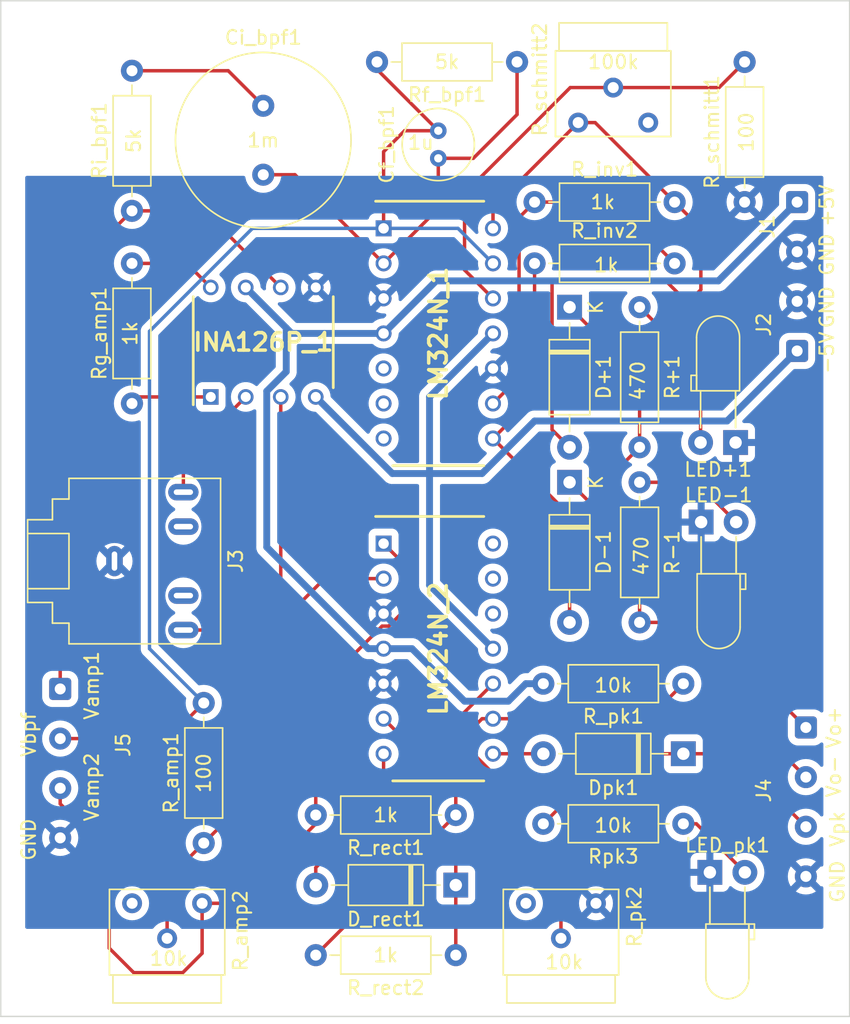
<source format=kicad_pcb>
(kicad_pcb (version 20211014) (generator pcbnew)
  (layers (0 "F.Cu" signal) (31 "B.Cu" signal) (34 "B.Paste" user) (35 "F.Paste" user) (36 "B.SilkS" user "B.Silkscreen") (37 "F.SilkS" user "F.Silkscreen") (38 "B.Mask" user) (39 "F.Mask" user) (44 "Edge.Cuts" user))
  (net 0 "")
  (net 1 "Net-(Cf_bpf1-Pad1)")
  (net 2 "Net-(Cf_bpf1-Pad2)")
  (net 3 "Net-(Ci_bpf1-Pad1)")
  (net 4 "-5V")
  (net 5 "GND")
  (net 6 "+5V")
  (net 7 "Net-(LED+1-Pad2)")
  (net 8 "Net-(LED-1-Pad2)")
  (net 9 "Net-(LED_pk1-Pad2)")
  (net 14 "Net-(J4-Pad1)")
  (net 15 "Net-(J4-Pad2)")
  (net 16 "Net-(J4-Pad3)")
  (net 18 "Net-(LM324N_1-Pad14)")
  (net 19 "Net-(LM324N_1-Pad8)")
  (net 20 "Net-(LM324N_2-Pad8)")
  (net 21 "Net-(LM324N_2-Pad10)")
  (net 22 "Net-(LM324N_2-Pad7)")
  (net 23 "Net-(INA126P_1-Pad1)")
  (net 24 "Net-(INA126P_1-Pad2)")
  (net 25 "Net-(INA126P_1-Pad3)")
  (net 26 "Net-(INA126P_1-Pad6)")
  (net 27 "Net-(INA126P_1-Pad8)")
  (net 28 "Net-(LM324N_2-Pad1)")
  (net 32 "Net-(LM324N_1-Pad9)")
  (net 33 "Net-(LM324N_1-Pad12)")
  (net 34 "Net-(LM324N_2-Pad2)")
  (net 35 "Net-(LM324N_2-Pad6)")
  (net 36 "Net-(LM324N_2-Pad9)")
  (footprint "Connector_Wire:SolderWire-0.1sqmm_1x02_P3.6mm_D0.4mm_OD1mm" (layer "F.Cu") (at 81.915 93.98 -90)
    (fp_text reference "J1" (at 1.778 2.159 90) (layer "F.SilkS"))
    (fp_text value "Positive supply")
    (pad "1" thru_hole roundrect (at 0 0 270) (size 1.6 1.6) (drill 0.8) (layers *.Cu *.Mask) (roundrect_rratio 0.15625) (net 6 "+5V"))
    (pad "2" thru_hole circle (at 3.6 0 270) (size 1.6 1.6) (drill 0.8) (layers *.Cu *.Mask) (net 5 "GND"))
  )
  (footprint "Diode_THT:D_A-405_P10.16mm_Horizontal" (layer "F.Cu") (at 57.15 143.51 180)
    (fp_text reference "D_rect1" (at 5.08 -2.47) (layer "F.SilkS"))
    (fp_text value "DIODE")
    (pad "1" thru_hole rect (at 0 0 180) (size 1.8 1.8) (drill 0.9) (layers *.Cu *.Mask) (net 21 "Net-(LM324N_2-Pad10)"))
    (pad "2" thru_hole oval (at 10.16 0 180) (size 1.8 1.8) (drill 0.9) (layers *.Cu *.Mask) (net 22 "Net-(LM324N_2-Pad7)"))
  )
  (footprint "Resistor_THT:R_Axial_DIN0207_L6.3mm_D2.5mm_P10.16mm_Horizontal" (layer "F.Cu") (at 70.485 101.6 -90)
    (fp_text reference "R+1" (at 5.08 -2.37 90) (layer "F.SilkS"))
    (fp_text value "470")
    (pad "1" thru_hole circle (at 0 0 270) (size 1.6 1.6) (drill 0.8) (layers *.Cu *.Mask) (net 7 "Net-(LED+1-Pad2)"))
    (pad "2" thru_hole oval (at 10.16 0 270) (size 1.6 1.6) (drill 0.8) (layers *.Cu *.Mask) (net 14 "Net-(J4-Pad1)"))
  )
  (footprint "Connector_Audio:Jack_3.5mm_CUI_SJ1-3525N_Horizontal" (layer "F.Cu") (at 32.385 120.015 -90)
    (fp_text reference "J3" (at 0 -8.8 90) (layer "F.SilkS"))
    (fp_text value "AudioJack3_Switch")
    (pad "R" thru_hole oval (at -5 -5 270) (size 1.2 2.2) (drill oval 0.4 1.4) (layers *.Cu *.Mask) (net 24 "Net-(INA126P_1-Pad2)"))
    (pad "RN" thru_hole oval (at -2.5 -5 270) (size 1.2 2.2) (drill oval 0.4 1.4) (layers *.Cu *.Mask))
    (pad "S" thru_hole oval (at 0 0 270) (size 2.2 1.2) (drill oval 1.4 0.4) (layers *.Cu *.Mask) (net 5 "GND"))
    (pad "T" thru_hole oval (at 5 -5 90) (size 1.2 2.2) (drill oval 0.4 1.4) (layers *.Cu *.Mask) (net 25 "Net-(INA126P_1-Pad3)"))
    (pad "TN" thru_hole oval (at 2.5 -5 90) (size 1.2 2.2) (drill oval 0.4 1.4) (layers *.Cu *.Mask))
  )
  (footprint "Diode_THT:D_A-405_P10.16mm_Horizontal" (layer "F.Cu") (at 73.66 133.985 180)
    (fp_text reference "Dpk1" (at 5.08 -2.47) (layer "F.SilkS"))
    (fp_text value "DIODE")
    (pad "1" thru_hole rect (at 0 0 180) (size 1.8 1.8) (drill 0.9) (layers *.Cu *.Mask) (net 16 "Net-(J4-Pad3)"))
    (pad "2" thru_hole oval (at 10.16 0 180) (size 1.8 1.8) (drill 0.9) (layers *.Cu *.Mask) (net 20 "Net-(LM324N_2-Pad8)"))
  )
  (footprint "Resistor_THT:R_Axial_DIN0207_L6.3mm_D2.5mm_P10.16mm_Horizontal" (layer "F.Cu") (at 33.655 94.615 90)
    (fp_text reference "Ri_bpf1" (at 5.08 -2.37 90) (layer "F.SilkS"))
    (fp_text value "5k")
    (pad "1" thru_hole circle (at 0 0 90) (size 1.6 1.6) (drill 0.8) (layers *.Cu *.Mask) (net 26 "Net-(INA126P_1-Pad6)"))
    (pad "2" thru_hole oval (at 10.16 0 90) (size 1.6 1.6) (drill 0.8) (layers *.Cu *.Mask) (net 3 "Net-(Ci_bpf1-Pad1)"))
  )
  (footprint "LED_THT:LED_D3.0mm_Horizontal_O3.81mm_Z6.0mm" (layer "F.Cu") (at 74.95 117.185)
    (fp_text reference "LED-1" (at 1.27 -1.96) (layer "F.SilkS"))
    (fp_text value "LED")
    (pad "1" thru_hole rect (at 0 0) (size 1.8 1.8) (drill 0.9) (layers *.Cu *.Mask) (net 5 "GND"))
    (pad "2" thru_hole circle (at 2.54 0) (size 1.8 1.8) (drill 0.9) (layers *.Cu *.Mask) (net 8 "Net-(LED-1-Pad2)"))
  )
  (footprint "Resistor_THT:R_Axial_DIN0207_L6.3mm_D2.5mm_P10.16mm_Horizontal" (layer "F.Cu") (at 57.15 148.59 180)
    (fp_text reference "R_rect2" (at 5.08 -2.37) (layer "F.SilkS"))
    (fp_text value "1k")
    (pad "1" thru_hole circle (at 0 0 180) (size 1.6 1.6) (drill 0.8) (layers *.Cu *.Mask) (net 21 "Net-(LM324N_2-Pad10)"))
    (pad "2" thru_hole oval (at 10.16 0 180) (size 1.6 1.6) (drill 0.8) (layers *.Cu *.Mask) (net 35 "Net-(LM324N_2-Pad6)"))
  )
  (footprint "Capacitor_THT:C_Radial_D12.5mm_H20.0mm_P5.00mm" (layer "F.Cu") (at 43.18 86.995 -90)
    (fp_text reference "Ci_bpf1" (at -4.953 0 180) (layer "F.SilkS"))
    (fp_text value "1m")
    (pad "1" thru_hole circle (at 0 0 270) (size 1.6 1.6) (drill 0.8) (layers *.Cu *.Mask) (net 3 "Net-(Ci_bpf1-Pad1)"))
    (pad "2" thru_hole circle (at 5 0 270) (size 1.6 1.6) (drill 0.8) (layers *.Cu *.Mask) (net 1 "Net-(Cf_bpf1-Pad1)"))
  )
  (footprint "Resistor_THT:R_Axial_DIN0207_L6.3mm_D2.5mm_P10.16mm_Horizontal" (layer "F.Cu") (at 57.15 138.43 180)
    (fp_text reference "R_rect1" (at 5.08 -2.37) (layer "F.SilkS"))
    (fp_text value "1k")
    (pad "1" thru_hole circle (at 0 0 180) (size 1.6 1.6) (drill 0.8) (layers *.Cu *.Mask) (net 35 "Net-(LM324N_2-Pad6)"))
    (pad "2" thru_hole oval (at 10.16 0 180) (size 1.6 1.6) (drill 0.8) (layers *.Cu *.Mask) (net 28 "Net-(LM324N_2-Pad1)"))
  )
  (footprint "Resistor_THT:R_Axial_DIN0207_L6.3mm_D2.5mm_P10.16mm_Horizontal" (layer "F.Cu") (at 62.865 98.425)
    (fp_text reference "R_inv2" (at 5.08 -2.37) (layer "F.SilkS"))
    (fp_text value "1k")
    (pad "1" thru_hole circle (at 0 0) (size 1.6 1.6) (drill 0.8) (layers *.Cu *.Mask) (net 19 "Net-(LM324N_1-Pad8)"))
    (pad "2" thru_hole oval (at 10.16 0) (size 1.6 1.6) (drill 0.8) (layers *.Cu *.Mask) (net 32 "Net-(LM324N_1-Pad9)"))
  )
  (footprint "Resistor_THT:R_Axial_DIN0207_L6.3mm_D2.5mm_P10.16mm_Horizontal" (layer "F.Cu") (at 38.862 140.462 90)
    (fp_text reference "R_amp1" (at 5.08 -2.37 90) (layer "F.SilkS"))
    (fp_text value "100")
    (pad "1" thru_hole circle (at 0 0 90) (size 1.6 1.6) (drill 0.8) (layers *.Cu *.Mask) (net 34 "Net-(LM324N_2-Pad2)"))
    (pad "2" thru_hole oval (at 10.16 0 90) (size 1.6 1.6) (drill 0.8) (layers *.Cu *.Mask) (net 2 "Net-(Cf_bpf1-Pad2)"))
  )
  (footprint "Diode_THT:D_A-405_P10.16mm_Horizontal" (layer "F.Cu") (at 65.405 101.6 -90)
    (fp_text reference "D+1" (at 5.08 -2.47 90) (layer "F.SilkS"))
    (fp_text value "DIODE")
    (fp_text user "K" (at 0 -1.9 90) (layer "F.SilkS"))
    (pad "1" thru_hole rect (at 0 0 270) (size 1.8 1.8) (drill 0.9) (layers *.Cu *.Mask) (net 14 "Net-(J4-Pad1)"))
    (pad "2" thru_hole oval (at 10.16 0 270) (size 1.8 1.8) (drill 0.9) (layers *.Cu *.Mask) (net 18 "Net-(LM324N_1-Pad14)"))
  )
  (footprint "Resistor_THT:R_Axial_DIN0207_L6.3mm_D2.5mm_P10.16mm_Horizontal" (layer "F.Cu") (at 73.66 139.065 180)
    (fp_text reference "Rpk3" (at 5.08 -2.37) (layer "F.SilkS"))
    (fp_text value "10k")
    (pad "1" thru_hole circle (at 0 0 180) (size 1.6 1.6) (drill 0.8) (layers *.Cu *.Mask) (net 9 "Net-(LED_pk1-Pad2)"))
    (pad "2" thru_hole oval (at 10.16 0 180) (size 1.6 1.6) (drill 0.8) (layers *.Cu *.Mask) (net 16 "Net-(J4-Pad3)"))
  )
  (footprint "Potentiometer_THT:Potentiometer_Bourns_3339W_Horizontal" (layer "F.Cu") (at 67.32 144.83 -90)
    (fp_text reference "R_pk2" (at 0.966 -2.784 -90) (layer "F.SilkS"))
    (fp_text value "10k")
    (pad "1" thru_hole circle (at 0 0 270) (size 1.44 1.44) (drill 0.8) (layers *.Cu *.Mask) (net 5 "GND"))
    (pad "2" thru_hole circle (at 2.54 2.54 270) (size 1.44 1.44) (drill 0.8) (layers *.Cu *.Mask) (net 36 "Net-(LM324N_2-Pad9)"))
    (pad "3" thru_hole circle (at 0 5.08 270) (size 1.44 1.44) (drill 0.8) (layers *.Cu *.Mask))
  )
  (footprint "Connector_Wire:SolderWire-0.1sqmm_1x04_P3.6mm_D0.4mm_OD1mm" (layer "F.Cu") (at 28.448 129.286 -90)
    (fp_text reference "J5" (at 4.064 -4.572 90) (layer "F.SilkS"))
    (fp_text value "Conn_01x04")
    (pad "1" thru_hole roundrect (at 0 0 270) (size 1.6 1.6) (drill 0.8) (layers *.Cu *.Mask) (roundrect_rratio 0.15625) (net 26 "Net-(INA126P_1-Pad6)"))
    (pad "2" thru_hole circle (at 3.6 0 270) (size 1.6 1.6) (drill 0.8) (layers *.Cu *.Mask) (net 2 "Net-(Cf_bpf1-Pad2)"))
    (pad "3" thru_hole circle (at 7.2 0 270) (size 1.6 1.6) (drill 0.8) (layers *.Cu *.Mask) (net 28 "Net-(LM324N_2-Pad1)"))
    (pad "4" thru_hole circle (at 10.8 0 270) (size 1.6 1.6) (drill 0.8) (layers *.Cu *.Mask) (net 5 "GND"))
  )
  (footprint "LED_THT:LED_D3.0mm_Horizontal_O3.81mm_Z6.0mm" (layer "F.Cu") (at 75.585 142.585)
    (fp_text reference "LED_pk1" (at 1.27 -1.96) (layer "F.SilkS"))
    (fp_text value "LED")
    (pad "1" thru_hole rect (at 0 0) (size 1.8 1.8) (drill 0.9) (layers *.Cu *.Mask) (net 5 "GND"))
    (pad "2" thru_hole circle (at 2.54 0) (size 1.8 1.8) (drill 0.9) (layers *.Cu *.Mask) (net 9 "Net-(LED_pk1-Pad2)"))
  )
  (footprint "LED_THT:LED_D3.0mm_Horizontal_O3.81mm_Z6.0mm" (layer "F.Cu") (at 77.45 111.415 180)
    (fp_text reference "LED+1" (at 1.27 -1.96) (layer "F.SilkS"))
    (fp_text value "LED")
    (pad "1" thru_hole rect (at 0 0 180) (size 1.8 1.8) (drill 0.9) (layers *.Cu *.Mask) (net 5 "GND"))
    (pad "2" thru_hole circle (at 2.54 0 180) (size 1.8 1.8) (drill 0.9) (layers *.Cu *.Mask) (net 7 "Net-(LED+1-Pad2)"))
  )
  (footprint "Capacitor_THT:C_Radial_D5.0mm_H5.0mm_P2.00mm" (layer "F.Cu") (at 55.88 90.805 90)
    (fp_text reference "Cf_bpf1" (at 1 -3.75 90) (layer "F.SilkS"))
    (fp_text value "1u")
    (pad "1" thru_hole circle (at 0 0 90) (size 1.2 1.2) (drill 0.6) (layers *.Cu *.Mask) (net 1 "Net-(Cf_bpf1-Pad1)"))
    (pad "2" thru_hole circle (at 2 0 90) (size 1.2 1.2) (drill 0.6) (layers *.Cu *.Mask) (net 2 "Net-(Cf_bpf1-Pad2)"))
  )
  (footprint "Potentiometer_THT:Potentiometer_Bourns_3339W_Horizontal" (layer "F.Cu") (at 66.03 88.215 90)
    (fp_text reference "R_schmitt2" (at 3.125 -2.784 90) (layer "F.SilkS"))
    (fp_text value "100k")
    (pad "1" thru_hole circle (at 0 0 90) (size 1.44 1.44) (drill 0.8) (layers *.Cu *.Mask) (net 18 "Net-(LM324N_1-Pad14)"))
    (pad "2" thru_hole circle (at 2.54 2.54 90) (size 1.44 1.44) (drill 0.8) (layers *.Cu *.Mask) (net 33 "Net-(LM324N_1-Pad12)"))
    (pad "3" thru_hole circle (at 0 5.08 90) (size 1.44 1.44) (drill 0.8) (layers *.Cu *.Mask))
  )
  (footprint "Resistor_THT:R_Axial_DIN0207_L6.3mm_D2.5mm_P10.16mm_Horizontal" (layer "F.Cu") (at 62.865 93.98)
    (fp_text reference "R_inv1" (at 5.08 -2.37) (layer "F.SilkS"))
    (fp_text value "1k")
    (pad "1" thru_hole circle (at 0 0) (size 1.6 1.6) (drill 0.8) (layers *.Cu *.Mask) (net 32 "Net-(LM324N_1-Pad9)"))
    (pad "2" thru_hole oval (at 10.16 0) (size 1.6 1.6) (drill 0.8) (layers *.Cu *.Mask) (net 18 "Net-(LM324N_1-Pad14)"))
  )
  (footprint "Connector_Wire:SolderWire-0.1sqmm_1x02_P3.6mm_D0.4mm_OD1mm" (layer "F.Cu") (at 81.915 104.775 90)
    (fp_text reference "J2" (at 1.905 -2.413 90) (layer "F.SilkS"))
    (fp_text value "Negaive supply")
    (pad "1" thru_hole roundrect (at 0 0 90) (size 1.6 1.6) (drill 0.8) (layers *.Cu *.Mask) (roundrect_rratio 0.15625) (net 4 "-5V"))
    (pad "2" thru_hole circle (at 3.6 0 90) (size 1.6 1.6) (drill 0.8) (layers *.Cu *.Mask) (net 5 "GND"))
  )
  (footprint "Resistor_THT:R_Axial_DIN0207_L6.3mm_D2.5mm_P10.16mm_Horizontal" (layer "F.Cu") (at 61.595 83.82 180)
    (fp_text reference "Rf_bpf1" (at 5.08 -2.37) (layer "F.SilkS"))
    (fp_text value "5k")
    (pad "1" thru_hole circle (at 0 0 180) (size 1.6 1.6) (drill 0.8) (layers *.Cu *.Mask) (net 1 "Net-(Cf_bpf1-Pad1)"))
    (pad "2" thru_hole oval (at 10.16 0 180) (size 1.6 1.6) (drill 0.8) (layers *.Cu *.Mask) (net 2 "Net-(Cf_bpf1-Pad2)"))
  )
  (footprint "Diode_THT:D_A-405_P10.16mm_Horizontal" (layer "F.Cu") (at 65.405 114.3 -90)
    (fp_text reference "D-1" (at 5.08 -2.47 90) (layer "F.SilkS"))
    (fp_text value "DIODE")
    (fp_text user "K" (at 0 -1.9 90) (layer "F.SilkS"))
    (pad "1" thru_hole rect (at 0 0 270) (size 1.8 1.8) (drill 0.9) (layers *.Cu *.Mask) (net 15 "Net-(J4-Pad2)"))
    (pad "2" thru_hole oval (at 10.16 0 270) (size 1.8 1.8) (drill 0.9) (layers *.Cu *.Mask) (net 19 "Net-(LM324N_1-Pad8)"))
  )
  (footprint "EOG_footprintLib:DIP794W53P254L959H508Q8N" (layer "F.Cu") (at 43.18 104.14 90)
    (fp_text reference "INA126P_1" (at 0 0 180) (layer "F.SilkS") (effects (font (size 1.27 1.27) (thickness 0.254))))
    (fp_text value "INA126P" hide)
    (pad "1" thru_hole rect (at -3.97 -3.81 90) (size 1.13 1.13) (drill 0.73) (layers *.Cu *.Mask) (net 23 "Net-(INA126P_1-Pad1)"))
    (pad "2" thru_hole circle (at -3.97 -1.27 90) (size 1.13 1.13) (drill 0.73) (layers *.Cu *.Mask) (net 24 "Net-(INA126P_1-Pad2)"))
    (pad "3" thru_hole circle (at -3.97 1.27 90) (size 1.13 1.13) (drill 0.73) (layers *.Cu *.Mask) (net 25 "Net-(INA126P_1-Pad3)"))
    (pad "4" thru_hole circle (at -3.97 3.81 90) (size 1.13 1.13) (drill 0.73) (layers *.Cu *.Mask) (net 4 "-5V"))
    (pad "5" thru_hole circle (at 3.97 3.81 90) (size 1.13 1.13) (drill 0.73) (layers *.Cu *.Mask) (net 5 "GND"))
    (pad "6" thru_hole circle (at 3.97 1.27 90) (size 1.13 1.13) (drill 0.73) (layers *.Cu *.Mask) (net 26 "Net-(INA126P_1-Pad6)"))
    (pad "7" thru_hole circle (at 3.97 -1.27 90) (size 1.13 1.13) (drill 0.73) (layers *.Cu *.Mask) (net 6 "+5V"))
    (pad "8" thru_hole circle (at 3.97 -3.81 90) (size 1.13 1.13) (drill 0.73) (layers *.Cu *.Mask) (net 27 "Net-(INA126P_1-Pad8)"))
  )
  (footprint "Resistor_THT:R_Axial_DIN0207_L6.3mm_D2.5mm_P10.16mm_Horizontal" (layer "F.Cu") (at 33.655 108.585 90)
    (fp_text reference "Rg_amp1" (at 5.08 -2.37 90) (layer "F.SilkS"))
    (fp_text value "1k")
    (pad "1" thru_hole circle (at 0 0 90) (size 1.6 1.6) (drill 0.8) (layers *.Cu *.Mask) (net 23 "Net-(INA126P_1-Pad1)"))
    (pad "2" thru_hole oval (at 10.16 0 90) (size 1.6 1.6) (drill 0.8) (layers *.Cu *.Mask) (net 27 "Net-(INA126P_1-Pad8)"))
  )
  (footprint "Resistor_THT:R_Axial_DIN0207_L6.3mm_D2.5mm_P10.16mm_Horizontal" (layer "F.Cu") (at 78.105 93.98 90)
    (fp_text reference "R_schmitt1" (at 5.08 -2.37 90) (layer "F.SilkS"))
    (fp_text value "100")
    (pad "1" thru_hole circle (at 0 0 90) (size 1.6 1.6) (drill 0.8) (layers *.Cu *.Mask) (net 5 "GND"))
    (pad "2" thru_hole oval (at 10.16 0 90) (size 1.6 1.6) (drill 0.8) (layers *.Cu *.Mask) (net 33 "Net-(LM324N_1-Pad12)"))
  )
  (footprint "Potentiometer_THT:Potentiometer_Bourns_3339W_Horizontal" (layer "F.Cu") (at 38.745 144.83 -90)
    (fp_text reference "R_amp2" (at 1.982 -2.775 90) (layer "F.SilkS"))
    (fp_text value "10k")
    (pad "1" thru_hole circle (at 0 0 270) (size 1.44 1.44) (drill 0.8) (layers *.Cu *.Mask) (net 28 "Net-(LM324N_2-Pad1)"))
    (pad "2" thru_hole circle (at 2.54 2.54 270) (size 1.44 1.44) (drill 0.8) (layers *.Cu *.Mask) (net 34 "Net-(LM324N_2-Pad2)"))
    (pad "3" thru_hole circle (at 0 5.08 270) (size 1.44 1.44) (drill 0.8) (layers *.Cu *.Mask))
  )
  (footprint "EOG_footprintLib:DIP794W56P254L1905H533Q14N" (layer "F.Cu") (at 55.88 126.365)
    (fp_text reference "LM324N_2" (at 0 0 90) (layer "F.SilkS") (effects (font (size 1.27 1.27) (thickness 0.254))))
    (fp_text value "LM324N" hide)
    (pad "1" thru_hole rect (at -3.969 -7.62) (size 1.159 1.159) (drill 0.759) (layers *.Cu *.Mask) (net 28 "Net-(LM324N_2-Pad1)"))
    (pad "2" thru_hole circle (at -3.969 -5.08) (size 1.159 1.159) (drill 0.759) (layers *.Cu *.Mask) (net 34 "Net-(LM324N_2-Pad2)"))
    (pad "3" thru_hole circle (at -3.969 -2.54) (size 1.159 1.159) (drill 0.759) (layers *.Cu *.Mask) (net 5 "GND"))
    (pad "4" thru_hole circle (at -3.969 0) (size 1.159 1.159) (drill 0.759) (layers *.Cu *.Mask) (net 6 "+5V"))
    (pad "5" thru_hole circle (at -3.969 2.54) (size 1.159 1.159) (drill 0.759) (layers *.Cu *.Mask) (net 5 "GND"))
    (pad "6" thru_hole circle (at -3.969 5.08) (size 1.159 1.159) (drill 0.759) (layers *.Cu *.Mask) (net 35 "Net-(LM324N_2-Pad6)"))
    (pad "7" thru_hole circle (at -3.969 7.62) (size 1.159 1.159) (drill 0.759) (layers *.Cu *.Mask) (net 22 "Net-(LM324N_2-Pad7)"))
    (pad "8" thru_hole circle (at 3.969 7.62) (size 1.159 1.159) (drill 0.759) (layers *.Cu *.Mask) (net 20 "Net-(LM324N_2-Pad8)"))
    (pad "9" thru_hole circle (at 3.969 5.08) (size 1.159 1.159) (drill 0.759) (layers *.Cu *.Mask) (net 36 "Net-(LM324N_2-Pad9)"))
    (pad "10" thru_hole circle (at 3.969 2.54) (size 1.159 1.159) (drill 0.759) (layers *.Cu *.Mask) (net 21 "Net-(LM324N_2-Pad10)"))
    (pad "11" thru_hole circle (at 3.969 0) (size 1.159 1.159) (drill 0.759) (layers *.Cu *.Mask) (net 4 "-5V"))
    (pad "12" thru_hole circle (at 3.969 -2.54) (size 1.159 1.159) (drill 0.759) (layers *.Cu *.Mask))
    (pad "13" thru_hole circle (at 3.969 -5.08) (size 1.159 1.159) (drill 0.759) (layers *.Cu *.Mask))
    (pad "14" thru_hole circle (at 3.969 -7.62) (size 1.159 1.159) (drill 0.759) (layers *.Cu *.Mask))
  )
  (footprint "EOG_footprintLib:DIP794W56P254L1905H533Q14N" (layer "F.Cu") (at 55.88 103.505)
    (fp_text reference "LM324N_1" (at 0 0 90) (layer "F.SilkS") (effects (font (size 1.27 1.27) (thickness 0.254))))
    (fp_text value "LM324N" hide)
    (pad "1" thru_hole rect (at -3.969 -7.62) (size 1.159 1.159) (drill 0.759) (layers *.Cu *.Mask) (net 2 "Net-(Cf_bpf1-Pad2)"))
    (pad "2" thru_hole circle (at -3.969 -5.08) (size 1.159 1.159) (drill 0.759) (layers *.Cu *.Mask) (net 1 "Net-(Cf_bpf1-Pad1)"))
    (pad "3" thru_hole circle (at -3.969 -2.54) (size 1.159 1.159) (drill 0.759) (layers *.Cu *.Mask) (net 5 "GND"))
    (pad "4" thru_hole circle (at -3.969 0) (size 1.159 1.159) (drill 0.759) (layers *.Cu *.Mask) (net 6 "+5V"))
    (pad "5" thru_hole circle (at -3.969 2.54) (size 1.159 1.159) (drill 0.759) (layers *.Cu *.Mask))
    (pad "6" thru_hole circle (at -3.969 5.08) (size 1.159 1.159) (drill 0.759) (layers *.Cu *.Mask))
    (pad "7" thru_hole circle (at -3.969 7.62) (size 1.159 1.159) (drill 0.759) (layers *.Cu *.Mask))
    (pad "8" thru_hole circle (at 3.969 7.62) (size 1.159 1.159) (drill 0.759) (layers *.Cu *.Mask) (net 19 "Net-(LM324N_1-Pad8)"))
    (pad "9" thru_hole circle (at 3.969 5.08) (size 1.159 1.159) (drill 0.759) (layers *.Cu *.Mask) (net 32 "Net-(LM324N_1-Pad9)"))
    (pad "10" thru_hole circle (at 3.969 2.54) (size 1.159 1.159) (drill 0.759) (layers *.Cu *.Mask) (net 5 "GND"))
    (pad "11" thru_hole circle (at 3.969 0) (size 1.159 1.159) (drill 0.759) (layers *.Cu *.Mask) (net 4 "-5V"))
    (pad "12" thru_hole circle (at 3.969 -2.54) (size 1.159 1.159) (drill 0.759) (layers *.Cu *.Mask) (net 33 "Net-(LM324N_1-Pad12)"))
    (pad "13" thru_hole circle (at 3.969 -5.08) (size 1.159 1.159) (drill 0.759) (layers *.Cu *.Mask) (net 2 "Net-(Cf_bpf1-Pad2)"))
    (pad "14" thru_hole circle (at 3.969 -7.62) (size 1.159 1.159) (drill 0.759) (layers *.Cu *.Mask) (net 18 "Net-(LM324N_1-Pad14)"))
  )
  (footprint "Resistor_THT:R_Axial_DIN0207_L6.3mm_D2.5mm_P10.16mm_Horizontal" (layer "F.Cu") (at 70.485 114.3 -90)
    (fp_text reference "R-1" (at 5.08 -2.37 90) (layer "F.SilkS"))
    (fp_text value "470")
    (pad "1" thru_hole circle (at 0 0 270) (size 1.6 1.6) (drill 0.8) (layers *.Cu *.Mask) (net 8 "Net-(LED-1-Pad2)"))
    (pad "2" thru_hole oval (at 10.16 0 270) (size 1.6 1.6) (drill 0.8) (layers *.Cu *.Mask) (net 15 "Net-(J4-Pad2)"))
  )
  (footprint "Connector_Wire:SolderWire-0.1sqmm_1x04_P3.6mm_D0.4mm_OD1mm" (layer "F.Cu") (at 82.55 132.08 -90)
    (fp_text reference "J4" (at 4.572 3.048 90) (layer "F.SilkS"))
    (fp_text value "Conn_01x04")
    (pad "1" thru_hole roundrect (at 0 0 270) (size 1.6 1.6) (drill 0.8) (layers *.Cu *.Mask) (roundrect_rratio 0.15625) (net 14 "Net-(J4-Pad1)"))
    (pad "2" thru_hole circle (at 3.6 0 270) (size 1.6 1.6) (drill 0.8) (layers *.Cu *.Mask) (net 15 "Net-(J4-Pad2)"))
    (pad "3" thru_hole circle (at 7.2 0 270) (size 1.6 1.6) (drill 0.8) (layers *.Cu *.Mask) (net 16 "Net-(J4-Pad3)"))
    (pad "4" thru_hole circle (at 10.8 0 270) (size 1.6 1.6) (drill 0.8) (layers *.Cu *.Mask) (net 5 "GND"))
  )
  (footprint "Resistor_THT:R_Axial_DIN0207_L6.3mm_D2.5mm_P10.16mm_Horizontal" (layer "F.Cu") (at 73.66 128.905 180)
    (fp_text reference "R_pk1" (at 5.08 -2.37) (layer "F.SilkS"))
    (fp_text value "10k")
    (pad "1" thru_hole circle (at 0 0 180) (size 1.6 1.6) (drill 0.8) (layers *.Cu *.Mask) (net 36 "Net-(LM324N_2-Pad9)"))
    (pad "2" thru_hole oval (at 10.16 0 180) (size 1.6 1.6) (drill 0.8) (layers *.Cu *.Mask) (net 6 "+5V"))
  )
  (gr_rect (start 85.725 153.035) (end 24.13 79.375) (layer "Edge.Cuts") (width 0.1) (fill none))
  (gr_text "10k" (at 68.58 129.032) (layer "F.SilkS") (effects (font (size 1 1))))
  (gr_text "1m" (at 43.18 89.495) (layer "F.SilkS") (effects (font (size 1 1))))
  (gr_text "470" (at 70.612 119.634 90) (layer "F.SilkS") (effects (font (size 1 1))))
  (gr_text "1k" (at 67.818 93.98) (layer "F.SilkS") (effects (font (size 1 1))))
  (gr_text "5k" (at 56.515 83.82) (layer "F.SilkS") (effects (font (size 1 1))))
  (gr_text "10k" (at 65.024 149.098) (layer "F.SilkS") (effects (font (size 1 1))))
  (gr_text "Vo+" (at 84.582 132.08 90) (layer "F.SilkS") (effects (font (size 1 1))))
  (gr_text "-5V" (at 84.074 104.902 90) (layer "F.SilkS") (effects (font (size 1 1))))
  (gr_text "1k" (at 33.528 103.505 90) (layer "F.SilkS") (effects (font (size 1 1))))
  (gr_text "GND" (at 26.162 140.208 90) (layer "F.SilkS") (effects (font (size 1 1))))
  (gr_text "Vamp2" (at 30.734 136.398 90) (layer "F.SilkS") (effects (font (size 1 1))))
  (gr_text "10k" (at 68.58 139.192) (layer "F.SilkS") (effects (font (size 1 1))))
  (gr_text "100k" (at 68.58 83.82) (layer "F.SilkS") (effects (font (size 1 1))))
  (gr_text "100" (at 78.232 88.9 90) (layer "F.SilkS") (effects (font (size 1 1))))
  (gr_text "Vo-" (at 84.582 135.636 90) (layer "F.SilkS") (effects (font (size 1 1))))
  (gr_text "5k" (at 33.782 89.535 90) (layer "F.SilkS") (effects (font (size 1 1))))
  (gr_text "Vamp1" (at 30.734 129.032 90) (layer "F.SilkS") (effects (font (size 1 1))))
  (gr_text "1u" (at 54.61 89.662) (layer "F.SilkS") (effects (font (size 1 1))))
  (gr_text "1k" (at 68.072 98.552) (layer "F.SilkS") (effects (font (size 1 1))))
  (gr_text "1k" (at 52.07 148.59) (layer "F.SilkS") (effects (font (size 1 1))))
  (gr_text "+5V" (at 84.074 94.234 90) (layer "F.SilkS") (effects (font (size 1 1))))
  (gr_text "GND" (at 84.074 101.6 90) (layer "F.SilkS") (effects (font (size 1 1))))
  (gr_text "Vbpf" (at 26.162 132.588 90) (layer "F.SilkS") (effects (font (size 1 1))))
  (gr_text "1k" (at 52.07 138.43) (layer "F.SilkS") (effects (font (size 1 1))))
  (gr_text "10k" (at 36.322 148.844) (layer "F.SilkS") (effects (font (size 1 1))))
  (gr_text "Vpk" (at 84.836 139.446 90) (layer "F.SilkS") (effects (font (size 1 1))))
  (gr_text "GND" (at 84.836 143.256 90) (layer "F.SilkS") (effects (font (size 1 1))))
  (gr_text "100" (at 38.862 135.382 90) (layer "F.SilkS") (effects (font (size 1 1))))
  (gr_text "470" (at 70.358 106.934 90) (layer "F.SilkS") (effects (font (size 1 1))))
  (gr_text "GND" (at 84.074 97.79 90) (layer "F.SilkS") (effects (font (size 1 1))))
  (segment (start 43.18 91.995) (end 45.481 91.995) (width 0.25) (layer "F.Cu") (net 1))
  (segment (start 61.595 87.63) (end 58.42 90.805) (width 0.25) (layer "F.Cu") (net 1))
  (segment (start 45.481 91.995) (end 51.911 98.425) (width 0.25) (layer "F.Cu") (net 1))
  (segment (start 55.88 94.456) (end 55.88 90.805) (width 0.25) (layer "F.Cu") (net 1))
  (segment (start 51.911 98.425) (end 55.88 94.456) (width 0.25) (layer "F.Cu") (net 1))
  (segment (start 61.595 83.82) (end 61.595 87.63) (width 0.25) (layer "F.Cu") (net 1))
  (segment (start 58.42 90.805) (end 55.88 90.805) (width 0.25) (layer "F.Cu") (net 1))
  (segment (start 38.862 130.302) (end 36.278 132.886) (width 0.25) (layer "F.Cu") (net 2))
  (segment (start 53.435 88.805) (end 51.911 90.329) (width 0.25) (layer "F.Cu") (net 2))
  (segment (start 55.88 88.805) (end 51.53 84.455) (width 0.25) (layer "F.Cu") (net 2))
  (segment (start 36.278 132.886) (end 28.448 132.886) (width 0.25) (layer "F.Cu") (net 2))
  (segment (start 51.911 90.329) (end 51.911 95.885) (width 0.25) (layer "F.Cu") (net 2))
  (segment (start 51.53 84.455) (end 51.435 84.455) (width 0.25) (layer "F.Cu") (net 2))
  (segment (start 51.435 84.36) (end 51.53 84.455) (width 0.25) (layer "F.Cu") (net 2))
  (segment (start 55.88 88.805) (end 53.435 88.805) (width 0.25) (layer "F.Cu") (net 2))
  (segment (start 51.435 83.82) (end 51.435 84.36) (width 0.25) (layer "F.Cu") (net 2))
  (segment (start 34.925 103.356349) (end 34.925 126.365) (width 0.25) (layer "B.Cu") (net 2))
  (segment (start 51.911 95.885) (end 42.396349 95.885) (width 0.25) (layer "B.Cu") (net 2))
  (segment (start 42.396349 95.885) (end 34.925 103.356349) (width 0.25) (layer "B.Cu") (net 2))
  (segment (start 57.309 95.885) (end 59.849 98.425) (width 0.25) (layer "B.Cu") (net 2))
  (segment (start 51.911 95.885) (end 57.309 95.885) (width 0.25) (layer "B.Cu") (net 2))
  (segment (start 38.862 130.302) (end 34.925 126.365) (width 0.25) (layer "B.Cu") (net 2))
  (segment (start 33.655 84.455) (end 40.64 84.455) (width 0.25) (layer "F.Cu") (net 3))
  (segment (start 40.64 84.455) (end 43.18 86.995) (width 0.25) (layer "F.Cu") (net 3))
  (segment (start 55.245 113.665) (end 52.545 113.665) (width 0.5) (layer "B.Cu") (net 4))
  (segment (start 81.915 104.775) (end 76.835 109.855) (width 0.5) (layer "B.Cu") (net 4))
  (segment (start 55.245 121.761) (end 59.849 126.365) (width 0.5) (layer "B.Cu") (net 4))
  (segment (start 55.245 108.109) (end 59.849 103.505) (width 0.5) (layer "B.Cu") (net 4))
  (segment (start 55.245 113.665) (end 55.245 108.109) (width 0.5) (layer "B.Cu") (net 4))
  (segment (start 76.835 109.855) (end 62.865 109.855) (width 0.5) (layer "B.Cu") (net 4))
  (segment (start 52.545 113.665) (end 46.99 108.11) (width 0.5) (layer "B.Cu") (net 4))
  (segment (start 62.865 109.855) (end 59.055 113.665) (width 0.5) (layer "B.Cu") (net 4))
  (segment (start 55.245 113.665) (end 55.245 121.761) (width 0.5) (layer "B.Cu") (net 4))
  (segment (start 59.055 113.665) (end 55.245 113.665) (width 0.5) (layer "B.Cu") (net 4))
  (segment (start 76.2 99.695) (end 55.721 99.695) (width 0.5) (layer "B.Cu") (net 6))
  (segment (start 43.435 107.689573) (end 44.8475 106.277073) (width 0.5) (layer "B.Cu") (net 6))
  (segment (start 41.91 100.17) (end 44.8475 103.1075) (width 0.5) (layer "B.Cu") (net 6))
  (segment (start 60.96 130.175) (end 62.23 128.905) (width 0.5) (layer "B.Cu") (net 6))
  (segment (start 44.8475 103.1075) (end 45.245 103.505) (width 0.5) (layer "B.Cu") (net 6))
  (segment (start 51.911 126.365) (end 50.8 126.365) (width 0.5) (layer "B.Cu") (net 6))
  (segment (start 45.245 103.505) (end 51.911 103.505) (width 0.5) (layer "B.Cu") (net 6))
  (segment (start 43.435 119) (end 43.435 107.689573) (width 0.5) (layer "B.Cu") (net 6))
  (segment (start 51.911 126.365) (end 53.975 126.365) (width 0.5) (layer "B.Cu") (net 6))
  (segment (start 53.975 126.365) (end 57.785 130.175) (width 0.5) (layer "B.Cu") (net 6))
  (segment (start 57.785 130.175) (end 60.96 130.175) (width 0.5) (layer "B.Cu") (net 6))
  (segment (start 50.8 126.365) (end 43.435 119) (width 0.5) (layer "B.Cu") (net 6))
  (segment (start 62.23 128.905) (end 63.5 128.905) (width 0.5) (layer "B.Cu") (net 6))
  (segment (start 81.915 93.98) (end 76.2 99.695) (width 0.5) (layer "B.Cu") (net 6))
  (segment (start 44.8475 106.277073) (end 44.8475 103.1075) (width 0.5) (layer "B.Cu") (net 6))
  (segment (start 55.721 99.695) (end 51.911 103.505) (width 0.5) (layer "B.Cu") (net 6))
  (segment (start 70.485 101.6) (end 74.91 106.025) (width 0.25) (layer "F.Cu") (net 7))
  (segment (start 74.91 106.025) (end 74.91 111.415) (width 0.25) (layer "F.Cu") (net 7))
  (segment (start 74.605 114.3) (end 77.49 117.185) (width 0.25) (layer "F.Cu") (net 8))
  (segment (start 70.485 114.3) (end 74.605 114.3) (width 0.25) (layer "F.Cu") (net 8))
  (segment (start 73.66 139.065) (end 74.605 139.065) (width 0.25) (layer "F.Cu") (net 9))
  (segment (start 74.605 139.065) (end 78.125 142.585) (width 0.25) (layer "F.Cu") (net 9))
  (segment (start 65.405 101.6) (end 70.485 106.68) (width 0.25) (layer "F.Cu") (net 14))
  (segment (start 82.55 132.08) (end 72.39 121.92) (width 0.25) (layer "F.Cu") (net 14))
  (segment (start 72.39 119.38) (end 68.58 115.57) (width 0.25) (layer "F.Cu") (net 14))
  (segment (start 70.485 106.68) (end 70.485 111.76) (width 0.25) (layer "F.Cu") (net 14))
  (segment (start 68.58 115.57) (end 68.58 113.665) (width 0.25) (layer "F.Cu") (net 14))
  (segment (start 72.39 121.92) (end 72.39 119.38) (width 0.25) (layer "F.Cu") (net 14))
  (segment (start 68.58 113.665) (end 70.485 111.76) (width 0.25) (layer "F.Cu") (net 14))
  (segment (start 76.2 127) (end 73.66 124.46) (width 0.25) (layer "F.Cu") (net 15))
  (segment (start 65.405 114.3) (end 70.485 119.38) (width 0.25) (layer "F.Cu") (net 15))
  (segment (start 70.485 119.38) (end 70.485 124.46) (width 0.25) (layer "F.Cu") (net 15))
  (segment (start 76.2 129.33) (end 76.2 127) (width 0.25) (layer "F.Cu") (net 15))
  (segment (start 73.66 124.46) (end 70.485 124.46) (width 0.25) (layer "F.Cu") (net 15))
  (segment (start 82.55 135.68) (end 76.2 129.33) (width 0.25) (layer "F.Cu") (net 15))
  (segment (start 73.66 133.985) (end 77.255 133.985) (width 0.25) (layer "F.Cu") (net 16))
  (segment (start 73.66 133.985) (end 68.58 133.985) (width 0.25) (layer "F.Cu") (net 16))
  (segment (start 77.255 133.985) (end 82.55 139.28) (width 0.25) (layer "F.Cu") (net 16))
  (segment (start 68.58 133.985) (end 63.5 139.065) (width 0.25) (layer "F.Cu") (net 16))
  (segment (start 66.03 88.215) (end 67.26 88.215) (width 0.25) (layer "F.Cu") (net 18))
  (segment (start 73.66 100.965) (end 74.295 100.965) (width 0.25) (layer "F.Cu") (net 18))
  (segment (start 65.405 111.76) (end 64.135 110.49) (width 0.25) (layer "F.Cu") (net 18))
  (segment (start 67.26 88.215) (end 73.025 93.98) (width 0.25) (layer "F.Cu") (net 18))
  (segment (start 74.93 95.885) (end 73.025 93.98) (width 0.25) (layer "F.Cu") (net 18))
  (segment (start 64.135 99.695) (end 72.39 99.695) (width 0.25) (layer "F.Cu") (net 18))
  (segment (start 59.849 94.396) (end 66.03 88.215) (width 0.25) (layer "F.Cu") (net 18))
  (segment (start 74.295 100.965) (end 74.93 100.33) (width 0.25) (layer "F.Cu") (net 18))
  (segment (start 59.849 95.885) (end 59.849 94.396) (width 0.25) (layer "F.Cu") (net 18))
  (segment (start 64.135 110.49) (end 64.135 99.695) (width 0.25) (layer "F.Cu") (net 18))
  (segment (start 74.93 100.33) (end 74.93 95.885) (width 0.25) (layer "F.Cu") (net 18))
  (segment (start 72.39 99.695) (end 73.66 100.965) (width 0.25) (layer "F.Cu") (net 18))
  (segment (start 59.849 111.125) (end 65.405 116.681) (width 0.25) (layer "F.Cu") (net 19))
  (segment (start 65.405 116.681) (end 65.405 124.46) (width 0.25) (layer "F.Cu") (net 19))
  (segment (start 62.865 98.425) (end 62.865 108.109) (width 0.25) (layer "F.Cu") (net 19))
  (segment (start 62.865 108.109) (end 59.849 111.125) (width 0.25) (layer "F.Cu") (net 19))
  (segment (start 59.849 133.985) (end 63.5 133.985) (width 0.25) (layer "F.Cu") (net 20))
  (segment (start 57.15 131.604) (end 59.849 128.905) (width 0.25) (layer "F.Cu") (net 21))
  (segment (start 57.15 134.62) (end 57.15 131.604) (width 0.25) (layer "F.Cu") (net 21))
  (segment (start 57.15 143.51) (end 57.15 141.605) (width 0.25) (layer "F.Cu") (net 21))
  (segment (start 59.055 136.525) (end 57.15 134.62) (width 0.25) (layer "F.Cu") (net 21))
  (segment (start 59.055 139.7) (end 59.055 136.525) (width 0.25) (layer "F.Cu") (net 21))
  (segment (start 57.15 141.605) (end 59.055 139.7) (width 0.25) (layer "F.Cu") (net 21))
  (segment (start 57.15 143.51) (end 57.15 148.59) (width 0.25) (layer "F.Cu") (net 21))
  (segment (start 46.99 142.24) (end 46.99 143.51) (width 0.25) (layer "F.Cu") (net 22))
  (segment (start 46.99 142.24) (end 51.911 137.319) (width 0.25) (layer "F.Cu") (net 22))
  (segment (start 51.911 137.319) (end 51.911 133.985) (width 0.25) (layer "F.Cu") (net 22))
  (segment (start 34.13 108.11) (end 33.655 108.585) (width 0.25) (layer "F.Cu") (net 23))
  (segment (start 39.37 108.11) (end 34.13 108.11) (width 0.25) (layer "F.Cu") (net 23))
  (segment (start 37.385 112.635) (end 41.91 108.11) (width 0.25) (layer "F.Cu") (net 24))
  (segment (start 37.385 115.015) (end 37.385 112.635) (width 0.25) (layer "F.Cu") (net 24))
  (segment (start 40.72 125.015) (end 44.45 121.285) (width 0.25) (layer "F.Cu") (net 25))
  (segment (start 37.385 125.015) (end 40.72 125.015) (width 0.25) (layer "F.Cu") (net 25))
  (segment (start 44.45 121.285) (end 44.45 108.11) (width 0.25) (layer "F.Cu") (net 25))
  (segment (start 38.895 94.615) (end 33.655 94.615) (width 0.25) (layer "F.Cu") (net 26))
  (segment (start 28.448 99.822) (end 33.655 94.615) (width 0.25) (layer "F.Cu") (net 26))
  (segment (start 28.448 129.286) (end 28.448 99.822) (width 0.25) (layer "F.Cu") (net 26))
  (segment (start 44.45 100.17) (end 38.895 94.615) (width 0.25) (layer "F.Cu") (net 26))
  (segment (start 37.625 98.425) (end 39.37 100.17) (width 0.25) (layer "F.Cu") (net 27))
  (segment (start 33.655 98.425) (end 37.625 98.425) (width 0.25) (layer "F.Cu") (net 27))
  (segment (start 41.225 144.83) (end 46.99 139.065) (width 0.25) (layer "F.Cu") (net 28))
  (segment (start 51.8005 124.7295) (end 52.285657 124.7295) (width 0.25) (layer "F.Cu") (net 28))
  (segment (start 28.448 136.486) (end 28.448 137.61737) (width 0.25) (layer "F.Cu") (net 28))
  (segment (start 53.34 120.174) (end 51.911 118.745) (width 0.25) (layer "F.Cu") (net 28))
  (segment (start 28.448 137.61737) (end 32.004 141.17337) (width 0.25) (layer "F.Cu") (net 28))
  (segment (start 33.782 149.86) (end 37.338 149.86) (width 0.25) (layer "F.Cu") (net 28))
  (segment (start 52.285657 124.7295) (end 53.34 123.675157) (width 0.25) (layer "F.Cu") (net 28))
  (segment (start 32.004 141.17337) (end 32.004 148.082) (width 0.25) (layer "F.Cu") (net 28))
  (segment (start 32.004 148.082) (end 33.782 149.86) (width 0.25) (layer "F.Cu") (net 28))
  (segment (start 37.338 149.86) (end 38.745 148.453) (width 0.25) (layer "F.Cu") (net 28))
  (segment (start 46.99 139.065) (end 46.99 129.54) (width 0.25) (layer "F.Cu") (net 28))
  (segment (start 53.34 123.675157) (end 53.34 120.174) (width 0.25) (layer "F.Cu") (net 28))
  (segment (start 46.99 129.54) (end 51.8005 124.7295) (width 0.25) (layer "F.Cu") (net 28))
  (segment (start 38.745 144.83) (end 41.225 144.83) (width 0.25) (layer "F.Cu") (net 28))
  (segment (start 38.745 148.453) (end 38.745 144.83) (width 0.25) (layer "F.Cu") (net 28))
  (segment (start 61.74 95.105) (end 62.865 93.98) (width 0.25) (layer "F.Cu") (net 32))
  (segment (start 61.74 106.694) (end 61.74 95.105) (width 0.25) (layer "F.Cu") (net 32))
  (segment (start 68.58 93.98) (end 73.025 98.425) (width 0.25) (layer "F.Cu") (net 32))
  (segment (start 62.865 93.98) (end 68.58 93.98) (width 0.25) (layer "F.Cu") (net 32))
  (segment (start 59.849 108.585) (end 61.74 106.694) (width 0.25) (layer "F.Cu") (net 32))
  (segment (start 68.57 85.675) (end 65.455 85.675) (width 0.25) (layer "F.Cu") (net 33))
  (segment (start 57.785 98.901) (end 59.849 100.965) (width 0.25) (layer "F.Cu") (net 33))
  (segment (start 68.57 85.675) (end 76.25 85.675) (width 0.25) (layer "F.Cu") (net 33))
  (segment (start 57.785 93.345) (end 57.785 98.901) (width 0.25) (layer "F.Cu") (net 33))
  (segment (start 76.25 85.675) (end 78.105 83.82) (width 0.25) (layer "F.Cu") (net 33))
  (segment (start 65.455 85.675) (end 57.785 93.345) (width 0.25) (layer "F.Cu") (net 33))
  (segment (start 36.205 143.119) (end 38.862 140.462) (width 0.25) (layer "F.Cu") (net 34))
  (segment (start 36.205 147.37) (end 36.205 143.119) (width 0.25) (layer "F.Cu") (net 34))
  (segment (start 42.164 126.746) (end 42.164 137.16) (width 0.25) (layer "F.Cu") (net 34))
  (segment (start 47.625 121.285) (end 42.164 126.746) (width 0.25) (layer "F.Cu") (net 34))
  (segment (start 42.164 137.16) (end 38.862 140.462) (width 0.25) (layer "F.Cu") (net 34))
  (segment (start 51.911 121.285) (end 47.625 121.285) (width 0.25) (layer "F.Cu") (net 34))
  (segment (start 57.15 136.684) (end 51.911 131.445) (width 0.25) (layer "F.Cu") (net 35))
  (segment (start 57.15 138.43) (end 46.99 148.59) (width 0.25) (layer "F.Cu") (net 35))
  (segment (start 57.15 138.43) (end 57.15 136.684) (width 0.25) (layer "F.Cu") (net 35))
  (segment (start 58.42 132.08) (end 59.055 131.445) (width 0.25) (layer "F.Cu") (net 36))
  (segment (start 58.42 133.985) (end 58.42 132.08) (width 0.25) (layer "F.Cu") (net 36))
  (segment (start 64.78 147.37) (end 64.78 144.155) (width 0.25) (layer "F.Cu") (net 36))
  (segment (start 71.12 131.445) (end 59.849 131.445) (width 0.25) (layer "F.Cu") (net 36))
  (segment (start 64.78 144.155) (end 60.325 139.7) (width 0.25) (layer "F.Cu") (net 36))
  (segment (start 73.66 128.905) (end 71.12 131.445) (width 0.25) (layer "F.Cu") (net 36))
  (segment (start 60.325 139.7) (end 60.325 135.89) (width 0.25) (layer "F.Cu") (net 36))
  (segment (start 59.055 131.445) (end 59.849 131.445) (width 0.25) (layer "F.Cu") (net 36))
  (segment (start 60.325 135.89) (end 58.42 133.985) (width 0.25) (layer "F.Cu") (net 36))
  (zone (net 5) (net_name "GND") (layer "B.Cu") (connect_pads (clearance 0.508)) (min_thickness 0.254) (fill yes (thermal_gap 0.508) (thermal_bridge_width 0.508))
    (polygon (pts (xy 83.82 146.685) (xy 25.908 146.685) (xy 25.908 92.075) (xy 83.82 92.075)))
  )
)
</source>
